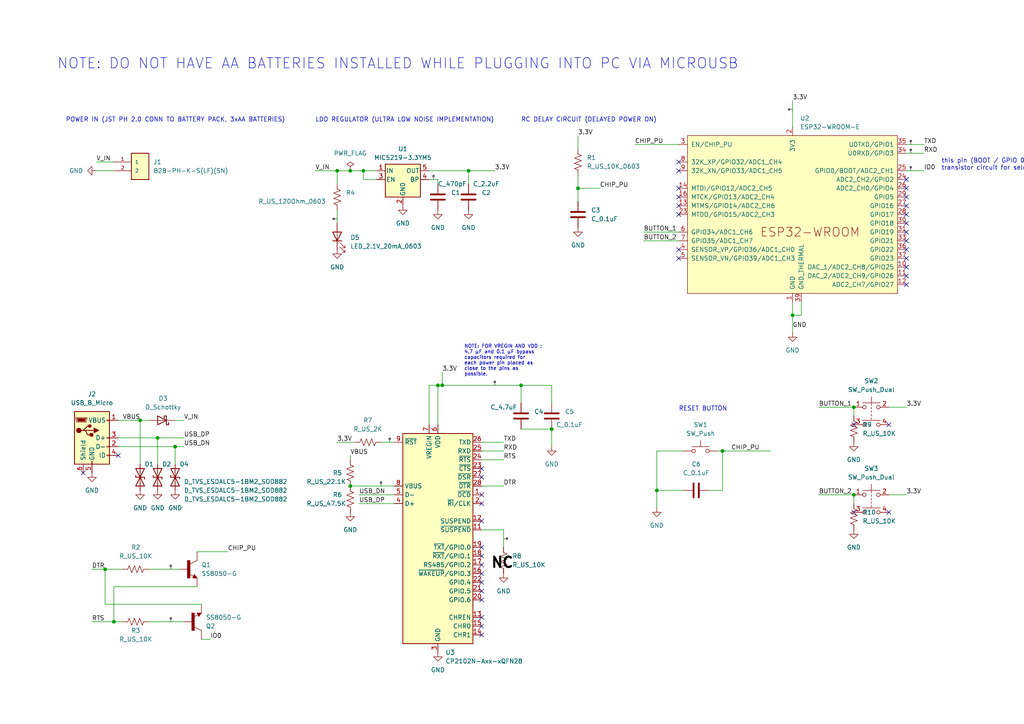
<source format=kicad_sch>
(kicad_sch (version 20231120) (generator "eeschema") (generator_version "8.0")
  (paper "A4")
  (lib_symbols
    (symbol "B2B-PH-K-S_LF__SN_:B2B-PH-K-S(LF)(SN)" (pin_names (offset 1.016))
      (property "Reference" "J" (at -2.54 3.302 0))
      (property "Value" "B2B-PH-K-S(LF)(SN)" (at -2.54 -7.6454 0))
      (symbol "B2B-PH-K-S(LF)(SN)_0_0"
        (rectangle (start -2.54 -5.08) (end 2.54 2.54) (stroke (width 0.254)) (fill (type background)))
        (pin passive line (at -7.62 0 0) (length 5.08) (name "1") (number "1"))
        (pin passive line (at -7.62 -2.54 0) (length 5.08) (name "2") (number "2"))
      )
    )
    (symbol "Connector:USB_B_Micro" (pin_names (offset 1.016))
      (property "Reference" "J" (at -5.08 11.43 0))
      (property "Value" "USB_B_Micro" (at -5.08 8.89 0))
      (symbol "USB_B_Micro_0_1"
        (rectangle (start -5.08 -7.62) (end 5.08 7.62) (stroke (width 0.254)) (fill (type background)))
        (circle (center -3.81 2.159) (radius 0.635) (stroke (width 0.254)) (fill (type outline)))
        (circle (center -0.635 3.429) (radius 0.381) (stroke (width 0.254)) (fill (type outline)))
        (rectangle (start -0.127 -7.62) (end 0.127 -6.858))
        (polyline (pts (xy -1.905 2.159) (xy 0.635 2.159)) (stroke (width 0.254)))
        (polyline (pts (xy -3.175 2.159) (xy -2.54 2.159) (xy -1.27 3.429) (xy -0.635 3.429)) (stroke (width 0.254)))
        (polyline (pts (xy -2.54 2.159) (xy -1.905 2.159) (xy -1.27 0.889) (xy 0 0.889)) (stroke (width 0.254)))
        (polyline (pts (xy 0.635 2.794) (xy 0.635 1.524) (xy 1.905 2.159) (xy 0.635 2.794)) (stroke (width 0.254)) (fill (type outline)))
        (polyline (pts (xy -4.318 5.588) (xy -1.778 5.588) (xy -2.032 4.826) (xy -4.064 4.826) (xy -4.318 5.588)) (fill (type outline)))
        (polyline (pts (xy -4.699 5.842) (xy -4.699 5.588) (xy -4.445 4.826) (xy -4.445 4.572) (xy -1.651 4.572) (xy -1.651 4.826) (xy -1.397 5.588) (xy -1.397 5.842) (xy -4.699 5.842)))
        (rectangle (start 0.254 1.27) (end -0.508 0.508) (stroke (width 0.254)) (fill (type outline)))
        (rectangle (start 5.08 -5.207) (end 4.318 -4.953))
        (rectangle (start 5.08 -2.667) (end 4.318 -2.413))
        (rectangle (start 5.08 -0.127) (end 4.318 0.127))
        (rectangle (start 5.08 4.953) (end 4.318 5.207))
      )
      (symbol "USB_B_Micro_1_1"
        (pin power_out line (at 7.62 5.08 180) (length 2.54) (name "VBUS") (number "1"))
        (pin bidirectional line (at 7.62 -2.54 180) (length 2.54) (name "D-") (number "2"))
        (pin bidirectional line (at 7.62 0 180) (length 2.54) (name "D+") (number "3"))
        (pin passive line (at 7.62 -5.08 180) (length 2.54) (name "ID") (number "4"))
        (pin power_out line (at 0 -10.16 90) (length 2.54) (name "GND") (number "5"))
        (pin passive line (at -2.54 -10.16 90) (length 2.54) (name "Shield") (number "6"))
      )
    )
    (symbol "Device:C" (pin_numbers hide) (pin_names (offset 0.254))
      (property "Reference" "C" (at 0.635 2.54 0))
      (property "Value" "C" (at 0.635 -2.54 0))
      (symbol "C_0_1"
        (polyline (pts (xy -2.032 -0.762) (xy 2.032 -0.762)) (stroke (width 0.508)))
        (polyline (pts (xy -2.032 0.762) (xy 2.032 0.762)) (stroke (width 0.508)))
      )
      (symbol "C_1_1"
        (pin passive line (at 0 3.81 270) (length 2.794) (name "~") (number "1"))
        (pin passive line (at 0 -3.81 90) (length 2.794) (name "~") (number "2"))
      )
    )
    (symbol "Device:D_Schottky" (pin_numbers hide) (pin_names (offset 1.016) hide)
      (property "Reference" "D3" (at -0.3175 -6.35 0))
      (property "Value" "D_Schottky" (at -0.3175 -3.81 0))
      (symbol "D_Schottky_0_1"
        (polyline (pts (xy 1.27 0) (xy -1.27 0)))
        (polyline (pts (xy 1.27 1.27) (xy 1.27 -1.27) (xy -1.27 0) (xy 1.27 1.27)) (stroke (width 0.254)))
        (polyline (pts (xy -1.905 0.635) (xy -1.905 1.27) (xy -1.27 1.27) (xy -1.27 -1.27) (xy -0.635 -1.27) (xy -0.635 -0.635)) (stroke (width 0.254)))
      )
      (symbol "D_Schottky_1_1"
        (pin passive line (at -3.81 0 0) (length 2.54) (name "K") (number "1"))
        (pin passive line (at 3.81 0 180) (length 2.54) (name "A") (number "2"))
      )
    )
    (symbol "Device:D_TVS" (pin_numbers hide) (pin_names (offset 1.016) hide)
      (property "Reference" "D" (at 0 2.54 0))
      (property "Value" "D_TVS" (at 0 -2.54 0))
      (symbol "D_TVS_0_1"
        (polyline (pts (xy 1.27 0) (xy -1.27 0)))
        (polyline (pts (xy 0.508 1.27) (xy 0 1.27) (xy 0 -1.27) (xy -0.508 -1.27)) (stroke (width 0.254)))
        (polyline (pts (xy -2.54 1.27) (xy -2.54 -1.27) (xy 2.54 1.27) (xy 2.54 -1.27) (xy -2.54 1.27)) (stroke (width 0.254)))
      )
      (symbol "D_TVS_1_1"
        (pin passive line (at -3.81 0 0) (length 2.54) (name "A1") (number "1"))
        (pin passive line (at 3.81 0 180) (length 2.54) (name "A2") (number "2"))
      )
    )
    (symbol "Device:LED" (pin_numbers hide) (pin_names (offset 1.016) hide)
      (property "Reference" "D" (at 0 2.54 0))
      (property "Value" "LED" (at 0 -2.54 0))
      (symbol "LED_0_1"
        (polyline (pts (xy -1.27 -1.27) (xy -1.27 1.27)) (stroke (width 0.254)))
        (polyline (pts (xy -1.27 0) (xy 1.27 0)))
        (polyline (pts (xy 1.27 -1.27) (xy 1.27 1.27) (xy -1.27 0) (xy 1.27 -1.27)) (stroke (width 0.254)))
        (polyline (pts (xy -3.048 -0.762) (xy -4.572 -2.286) (xy -3.81 -2.286) (xy -4.572 -2.286) (xy -4.572 -1.524)))
        (polyline (pts (xy -1.778 -0.762) (xy -3.302 -2.286) (xy -2.54 -2.286) (xy -3.302 -2.286) (xy -3.302 -1.524)))
      )
      (symbol "LED_1_1"
        (pin passive line (at -3.81 0 0) (length 2.54) (name "K") (number "1"))
        (pin passive line (at 3.81 0 180) (length 2.54) (name "A") (number "2"))
      )
    )
    (symbol "Device:R_US" (pin_numbers hide) (pin_names (offset 0))
      (property "Reference" "R" (at 2.54 0 90))
      (property "Value" "R_US" (at -2.54 0 90))
      (symbol "R_US_0_1"
        (polyline (pts (xy 0 -2.286) (xy 0 -2.54)))
        (polyline (pts (xy 0 2.286) (xy 0 2.54)))
        (polyline (pts (xy 0 -0.762) (xy 1.016 -1.143) (xy 0 -1.524) (xy -1.016 -1.905) (xy 0 -2.286)))
        (polyline (pts (xy 0 0.762) (xy 1.016 0.381) (xy 0 0) (xy -1.016 -0.381) (xy 0 -0.762)))
        (polyline (pts (xy 0 2.286) (xy 1.016 1.905) (xy 0 1.524) (xy -1.016 1.143) (xy 0 0.762)))
      )
      (symbol "R_US_1_1"
        (pin passive line (at 0 3.81 270) (length 1.27) (name "~") (number "1"))
        (pin passive line (at 0 -3.81 90) (length 1.27) (name "~") (number "2"))
      )
    )
    (symbol "Interface_USB:CP2102N-Axx-xQFN28"
      (property "Reference" "U" (at -8.89 31.75 0))
      (property "Value" "CP2102N-Axx-xQFN28" (at 12.7 31.75 0))
      (symbol "CP2102N-Axx-xQFN28_0_1"
        (rectangle (start -10.16 30.48) (end 10.16 -30.48) (stroke (width 0.254)) (fill (type background)))
      )
      (symbol "CP2102N-Axx-xQFN28_1_1"
        (pin input line (at 12.7 12.7 180) (length 2.54) (name "~{DCD}") (number "1"))
        (pin no_connect line (at -10.16 -27.94 0) (length 2.54) hide (name "NC") (number "10"))
        (pin output line (at 12.7 2.54 180) (length 2.54) (name "~{SUSPEND}") (number "11"))
        (pin output line (at 12.7 5.08 180) (length 2.54) (name "SUSPEND") (number "12"))
        (pin output line (at 12.7 -22.86 180) (length 2.54) (name "CHREN") (number "13"))
        (pin output line (at 12.7 -27.94 180) (length 2.54) (name "CHR1") (number "14"))
        (pin output line (at 12.7 -25.4 180) (length 2.54) (name "CHR0") (number "15"))
        (pin bidirectional line (at 12.7 -10.16 180) (length 2.54) (name "~{WAKEUP}/GPIO.3") (number "16"))
        (pin bidirectional line (at 12.7 -7.62 180) (length 2.54) (name "RS485/GPIO.2") (number "17"))
        (pin bidirectional line (at 12.7 -5.08 180) (length 2.54) (name "~{RXT}/GPIO.1") (number "18"))
        (pin bidirectional line (at 12.7 -2.54 180) (length 2.54) (name "~{TXT}/GPIO.0") (number "19"))
        (pin bidirectional line (at 12.7 10.16 180) (length 2.54) (name "~{RI}/CLK") (number "2"))
        (pin bidirectional line (at 12.7 -17.78 180) (length 2.54) (name "GPIO.6") (number "20"))
        (pin bidirectional line (at 12.7 -15.24 180) (length 2.54) (name "GPIO.5") (number "21"))
        (pin bidirectional line (at 12.7 -12.7 180) (length 2.54) (name "GPIO.4") (number "22"))
        (pin input line (at 12.7 20.32 180) (length 2.54) (name "~{CTS}") (number "23"))
        (pin output line (at 12.7 22.86 180) (length 2.54) (name "~{RTS}") (number "24"))
        (pin input line (at 12.7 25.4 180) (length 2.54) (name "RXD") (number "25"))
        (pin output line (at 12.7 27.94 180) (length 2.54) (name "TXD") (number "26"))
        (pin input line (at 12.7 17.78 180) (length 2.54) (name "~{DSR}") (number "27"))
        (pin output line (at 12.7 15.24 180) (length 2.54) (name "~{DTR}") (number "28"))
        (pin passive line (at 0 -33.02 90) (length 2.54) hide (name "GND") (number "29"))
        (pin power_in line (at 0 -33.02 90) (length 2.54) (name "GND") (number "3"))
        (pin bidirectional line (at -12.7 10.16 0) (length 2.54) (name "D+") (number "4"))
        (pin bidirectional line (at -12.7 12.7 0) (length 2.54) (name "D-") (number "5"))
        (pin power_in line (at 0 33.02 270) (length 2.54) (name "VDD") (number "6"))
        (pin power_in line (at -2.54 33.02 270) (length 2.54) (name "VREGIN") (number "7"))
        (pin input line (at -12.7 15.24 0) (length 2.54) (name "VBUS") (number "8"))
        (pin input line (at -12.7 27.94 0) (length 2.54) (name "~{RST}") (number "9"))
      )
    )
    (symbol "PCM_Espressif:ESP32-WROOM-E" (pin_names (offset 1.016))
      (property "Reference" "U" (at -30.48 27.94 0))
      (property "Value" "ESP32-WROOM-E" (at -30.48 25.4 0))
      (symbol "ESP32-WROOM-E_0_1"
        (rectangle (start -30.48 22.86) (end 30.48 -22.86) (fill (type background)))
      )
      (symbol "ESP32-WROOM-E_1_1"
        (text "ESP32-­WROOM­" (at 5.08 -5.08 0) (effects (font (size 2.54 2.54))))
        (pin power_in line (at 0 -25.4 90) (length 2.54) (name "GND") (number "1"))
        (pin bidirectional line (at 33.02 -15.24 180) (length 2.54) (name "DAC_1/ADC2_CH8/GPIO25") (number "10"))
        (pin bidirectional line (at 33.02 -17.78 180) (length 2.54) (name "DAC_2/ADC2_CH9/GPIO26") (number "11"))
        (pin bidirectional line (at 33.02 -20.32 180) (length 2.54) (name "ADC2_CH7/GPIO27") (number "12"))
        (pin bidirectional line (at -33.02 2.54 0) (length 2.54) (name "MTMS/GPIO14/ADC2_CH6") (number "13"))
        (pin bidirectional line (at -33.02 7.62 0) (length 2.54) (name "MTDI/GPIO12/ADC2_CH5") (number "14"))
        (pin passive line (at 0 -25.4 90) (length 2.54) hide (name "GND") (number "15"))
        (pin bidirectional line (at -33.02 5.08 0) (length 2.54) (name "MTCK/GPIO13/ADC2_CH4") (number "16"))
        (pin power_in line (at 0 25.4 270) (length 2.54) (name "3V3") (number "2"))
        (pin bidirectional line (at -33.02 0 0) (length 2.54) (name "MTDO/GPIO15/ADC2_CH3") (number "23"))
        (pin bidirectional line (at 33.02 10.16 180) (length 2.54) (name "ADC2_CH2/GPIO2") (number "24"))
        (pin bidirectional line (at 33.02 12.7 180) (length 2.54) (name "GPIO0/BOOT/ADC2_CH1") (number "25"))
        (pin bidirectional line (at 33.02 7.62 180) (length 2.54) (name "ADC2_CH0/GPIO4") (number "26"))
        (pin bidirectional line (at 33.02 2.54 180) (length 2.54) (name "GPIO16") (number "27"))
        (pin bidirectional line (at 33.02 0 180) (length 2.54) (name "GPIO17") (number "28"))
        (pin bidirectional line (at 33.02 5.08 180) (length 2.54) (name "GPIO5") (number "29"))
        (pin input line (at -33.02 20.32 0) (length 2.54) (name "EN/CHIP_PU") (number "3"))
        (pin bidirectional line (at 33.02 -2.54 180) (length 2.54) (name "GPIO18") (number "30"))
        (pin bidirectional line (at 33.02 -5.08 180) (length 2.54) (name "GPIO19") (number "31"))
        (pin bidirectional line (at 33.02 -7.62 180) (length 2.54) (name "GPIO21") (number "33"))
        (pin bidirectional line (at 33.02 17.78 180) (length 2.54) (name "U0RXD/GPIO3") (number "34"))
        (pin bidirectional line (at 33.02 20.32 180) (length 2.54) (name "U0TXD/GPIO1") (number "35"))
        (pin bidirectional line (at 33.02 -10.16 180) (length 2.54) (name "GPIO22") (number "36"))
        (pin bidirectional line (at 33.02 -12.7 180) (length 2.54) (name "GPIO23") (number "37"))
        (pin passive line (at 0 -25.4 90) (length 2.54) hide (name "GND") (number "38"))
        (pin power_in line (at 2.54 -25.4 90) (length 2.54) (name "GND_THERMAL") (number "39"))
        (pin input line (at -33.02 -10.16 0) (length 2.54) (name "SENSOR_VP/GPIO36/ADC1_CH0") (number "4"))
        (pin input line (at -33.02 -12.7 0) (length 2.54) (name "SENSOR_VN/GPIO39/ADC1_CH3") (number "5"))
        (pin input line (at -33.02 -5.08 0) (length 2.54) (name "GPIO34/ADC1_CH6") (number "6"))
        (pin input line (at -33.02 -7.62 0) (length 2.54) (name "GPIO35/ADC1_CH7") (number "7"))
        (pin bidirectional line (at -33.02 15.24 0) (length 2.54) (name "32K_XP/GPIO32/ADC1_CH4") (number "8"))
        (pin bidirectional line (at -33.02 12.7 0) (length 2.54) (name "32K_XN/GPIO33/ADC1_CH5") (number "9"))
      )
    )
    (symbol "Regulator_Linear:MIC5219-3.3YM5" (pin_names (offset 0.254))
      (property "Reference" "U" (at -3.81 5.715 0))
      (property "Value" "MIC5219-3.3YM5" (at 0 5.715 0))
      (symbol "MIC5219-3.3YM5_0_1"
        (rectangle (start -5.08 4.445) (end 5.08 -5.08) (stroke (width 0.254)) (fill (type background)))
      )
      (symbol "MIC5219-3.3YM5_1_1"
        (pin power_in line (at -7.62 2.54 0) (length 2.54) (name "IN") (number "1"))
        (pin power_in line (at 0 -7.62 90) (length 2.54) (name "GND") (number "2"))
        (pin input line (at -7.62 0 0) (length 2.54) (name "EN") (number "3"))
        (pin input line (at 7.62 0 180) (length 2.54) (name "BP") (number "4"))
        (pin power_out line (at 7.62 2.54 180) (length 2.54) (name "OUT") (number "5"))
      )
    )
    (symbol "SS8050-G:SS8050-G" (pin_numbers hide) (pin_names (offset 1.016) hide)
      (property "Reference" "Q" (at -10.16 7.62 0))
      (property "Value" "SS8050-G" (at -10.16 -7.62 0))
      (symbol "SS8050-G_0_0"
        (rectangle (start -0.254 -2.54) (end 0.508 2.54) (fill (type outline)))
        (polyline (pts (xy 1.27 -2.54) (xy 1.778 -1.524)) (stroke (width 0.1524)))
        (polyline (pts (xy 1.524 -2.413) (xy 2.286 -2.413)) (stroke (width 0.254)))
        (polyline (pts (xy 1.524 -2.286) (xy 1.905 -2.286)) (stroke (width 0.254)))
        (polyline (pts (xy 1.5494 -2.032) (xy 0.3048 -1.4224)) (stroke (width 0.1524)))
        (polyline (pts (xy 1.778 -1.778) (xy 1.524 -2.286)) (stroke (width 0.254)))
        (polyline (pts (xy 1.778 -1.524) (xy 2.54 -2.54)) (stroke (width 0.1524)))
        (polyline (pts (xy 1.905 -2.286) (xy 1.778 -2.032)) (stroke (width 0.254)))
        (polyline (pts (xy 2.286 -2.413) (xy 1.778 -1.778)) (stroke (width 0.254)))
        (polyline (pts (xy 2.54 -2.54) (xy 1.27 -2.54)) (stroke (width 0.1524)))
        (polyline (pts (xy 2.54 2.54) (xy 0.508 1.524)) (stroke (width 0.1524)))
        (pin passive line (at -2.54 0 0) (length 2.54) (name "~") (number "1"))
        (pin passive line (at 2.54 -5.08 90) (length 2.54) (name "~") (number "2"))
        (pin passive line (at 2.54 5.08 270) (length 2.54) (name "~") (number "3"))
      )
    )
    (symbol "Switch:SW_Push" (pin_numbers hide) (pin_names (offset 1.016) hide)
      (property "Reference" "SW" (at 1.27 2.54 0))
      (property "Value" "SW_Push" (at 0 -1.524 0))
      (symbol "SW_Push_0_1"
        (circle (center -2.032 0) (radius 0.508))
        (polyline (pts (xy 0 1.27) (xy 0 3.048)))
        (polyline (pts (xy 2.54 1.27) (xy -2.54 1.27)))
        (circle (center 2.032 0) (radius 0.508))
        (pin passive line (at -5.08 0 0) (length 2.54) (name "1") (number "1"))
        (pin passive line (at 5.08 0 180) (length 2.54) (name "2") (number "2"))
      )
    )
    (symbol "Switch:SW_Push_Dual" (pin_names (offset 1.016) hide)
      (property "Reference" "SW" (at 1.27 2.54 0))
      (property "Value" "SW_Push_Dual" (at 0 -6.858 0))
      (symbol "SW_Push_Dual_0_1"
        (circle (center -2.032 -5.08) (radius 0.508))
        (circle (center -2.032 0) (radius 0.508))
        (polyline (pts (xy 0 -3.048) (xy 0 -3.556)))
        (polyline (pts (xy 0 -2.032) (xy 0 -2.54)))
        (polyline (pts (xy 0 -1.524) (xy 0 -1.016)))
        (polyline (pts (xy 0 -0.508) (xy 0 0)))
        (polyline (pts (xy 0 0.508) (xy 0 1.016)))
        (polyline (pts (xy 0 1.27) (xy 0 3.048)))
        (polyline (pts (xy 2.54 -3.81) (xy -2.54 -3.81)))
        (polyline (pts (xy 2.54 1.27) (xy -2.54 1.27)))
        (circle (center 2.032 -5.08) (radius 0.508))
        (circle (center 2.032 0) (radius 0.508))
        (pin passive line (at -5.08 0 0) (length 2.54) (name "1") (number "1"))
        (pin passive line (at 5.08 0 180) (length 2.54) (name "2") (number "2"))
        (pin passive line (at -5.08 -5.08 0) (length 2.54) (name "3") (number "3"))
        (pin passive line (at 5.08 -5.08 180) (length 2.54) (name "4") (number "4"))
      )
    )
    (symbol "power:GND" (power) (pin_names (offset 0))
      (property "Value" "GND" (at 0 -3.81 0))
      (symbol "GND_0_1"
        (polyline (pts (xy 0 0) (xy 0 -1.27) (xy 1.27 -1.27) (xy 0 -2.54) (xy -1.27 -1.27) (xy 0 -1.27)))
      )
      (symbol "GND_1_1"
        (pin power_in line (at 0 0 270) (length 0) hide (name "GND") (number "1"))
      )
    )
    (symbol "power:PWR_FLAG" (power) (pin_numbers hide) (pin_names (offset 0) hide)
      (property "Value" "PWR_FLAG" (at 0 3.81 0))
      (symbol "PWR_FLAG_0_0"
        (pin power_out line (at 0 0 90) (length 0) (name "pwr") (number "1"))
      )
      (symbol "PWR_FLAG_0_1"
        (polyline (pts (xy 0 0) (xy 0 1.27) (xy -1.016 1.905) (xy 0 2.54) (xy 1.016 1.905) (xy 0 1.27)))
      )
    )
  )
  (junction (at 50.8 129.54))
  (junction (at 160.02 124.46))
  (junction (at 127 111.76))
  (junction (at 40.64 121.92))
  (junction (at 30.48 165.1))
  (junction (at 151.13 111.76))
  (junction (at 209.55 130.81))
  (junction (at 229.87 91.44))
  (junction (at 247.65 118.11))
  (junction (at 247.65 143.51))
  (junction (at 190.5 142.24))
  (junction (at 97.79 49.53))
  (junction (at 101.6 140.97))
  (junction (at 128.27 111.76))
  (junction (at 45.72 127))
  (junction (at 135.89 49.53))
  (junction (at 167.64 54.61))
  (junction (at 105.41 49.53))
  (junction (at 101.6 49.53))
  (junction (at 33.02 180.34))
  (no_connect (at 196.85 72.39))
  (no_connect (at 262.89 82.55))
  (no_connect (at 257.81 148.59))
  (no_connect (at 196.85 54.61))
  (no_connect (at 139.7 184.15))
  (no_connect (at 139.7 138.43))
  (no_connect (at 196.85 57.15))
  (no_connect (at 139.7 143.51))
  (no_connect (at 247.65 148.59))
  (no_connect (at 262.89 52.07))
  (no_connect (at 139.7 146.05))
  (no_connect (at 262.89 77.47))
  (no_connect (at 262.89 64.77))
  (no_connect (at 257.81 123.19))
  (no_connect (at 262.89 74.93))
  (no_connect (at 139.7 171.45))
  (no_connect (at 262.89 62.23))
  (no_connect (at 196.85 46.99))
  (no_connect (at 139.7 168.91))
  (no_connect (at 139.7 158.75))
  (no_connect (at 139.7 166.37))
  (no_connect (at 262.89 59.69))
  (no_connect (at 262.89 72.39))
  (no_connect (at 262.89 57.15))
  (no_connect (at 196.85 62.23))
  (no_connect (at 139.7 161.29))
  (no_connect (at 139.7 179.07))
  (no_connect (at 34.29 132.08))
  (no_connect (at 262.89 80.01))
  (no_connect (at 262.89 54.61))
  (no_connect (at 139.7 163.83))
  (no_connect (at 24.13 137.16))
  (no_connect (at 196.85 59.69))
  (no_connect (at 139.7 173.99))
  (no_connect (at 262.89 69.85))
  (no_connect (at 196.85 74.93))
  (no_connect (at 196.85 49.53))
  (no_connect (at 139.7 181.61))
  (no_connect (at 262.89 67.31))
  (no_connect (at 139.7 151.13))
  (no_connect (at 247.65 123.19))
  (no_connect (at 139.7 135.89))
  (wire (pts (xy 30.48 175.26) (xy 58.42 175.26)))
  (wire (pts (xy 257.81 143.51) (xy 262.89 143.51)))
  (wire (pts (xy 97.79 60.96) (xy 97.79 64.77)))
  (wire (pts (xy 91.44 49.53) (xy 97.79 49.53)))
  (wire (pts (xy 160.02 111.76) (xy 160.02 116.84)))
  (wire (pts (xy 43.18 180.34) (xy 53.34 180.34)))
  (wire (pts (xy 97.79 49.53) (xy 97.79 53.34)))
  (wire (pts (xy 139.7 130.81) (xy 146.05 130.81)))
  (wire (pts (xy 262.89 44.45) (xy 267.97 44.45)))
  (wire (pts (xy 208.28 130.81) (xy 209.55 130.81)))
  (wire (pts (xy 30.48 165.1) (xy 35.56 165.1)))
  (wire (pts (xy 190.5 142.24) (xy 190.5 147.32)))
  (wire (pts (xy 190.5 142.24) (xy 198.12 142.24)))
  (wire (pts (xy 128.27 107.95) (xy 128.27 111.76)))
  (wire (pts (xy 139.7 133.35) (xy 146.05 133.35)))
  (wire (pts (xy 124.46 111.76) (xy 124.46 123.19)))
  (wire (pts (xy 237.49 143.51) (xy 247.65 143.51)))
  (wire (pts (xy 237.49 118.11) (xy 247.65 118.11)))
  (wire (pts (xy 151.13 111.76) (xy 160.02 111.76)))
  (wire (pts (xy 127 52.07) (xy 127 53.34)))
  (wire (pts (xy 198.12 130.81) (xy 190.5 130.81)))
  (wire (pts (xy 101.6 140.97) (xy 114.3 140.97)))
  (wire (pts (xy 186.69 69.85) (xy 196.85 69.85)))
  (wire (pts (xy 110.49 128.27) (xy 114.3 128.27)))
  (wire (pts (xy 104.14 146.05) (xy 114.3 146.05)))
  (wire (pts (xy 139.7 153.67) (xy 146.05 153.67)))
  (wire (pts (xy 30.48 165.1) (xy 30.48 175.26)))
  (wire (pts (xy 139.7 140.97) (xy 146.05 140.97)))
  (wire (pts (xy 26.67 165.1) (xy 30.48 165.1)))
  (wire (pts (xy 45.72 127) (xy 53.34 127)))
  (wire (pts (xy 57.15 160.02) (xy 66.04 160.02)))
  (wire (pts (xy 262.89 49.53) (xy 267.97 49.53)))
  (wire (pts (xy 160.02 124.46) (xy 160.02 129.54)))
  (wire (pts (xy 146.05 153.67) (xy 146.05 158.75)))
  (wire (pts (xy 40.64 121.92) (xy 40.64 134.62)))
  (wire (pts (xy 167.64 54.61) (xy 167.64 58.42)))
  (wire (pts (xy 232.41 91.44) (xy 229.87 91.44)))
  (wire (pts (xy 105.41 49.53) (xy 105.41 52.07)))
  (wire (pts (xy 257.81 118.11) (xy 262.89 118.11)))
  (wire (pts (xy 262.89 41.91) (xy 267.97 41.91)))
  (wire (pts (xy 247.65 118.11) (xy 247.65 120.65)))
  (wire (pts (xy 43.18 165.1) (xy 52.07 165.1)))
  (wire (pts (xy 124.46 52.07) (xy 127 52.07)))
  (wire (pts (xy 135.89 49.53) (xy 135.89 53.34)))
  (wire (pts (xy 151.13 124.46) (xy 160.02 124.46)))
  (wire (pts (xy 190.5 130.81) (xy 190.5 142.24)))
  (wire (pts (xy 128.27 111.76) (xy 151.13 111.76)))
  (wire (pts (xy 127 111.76) (xy 128.27 111.76)))
  (wire (pts (xy 27.94 49.53) (xy 33.02 49.53)))
  (wire (pts (xy 104.14 143.51) (xy 114.3 143.51)))
  (wire (pts (xy 184.15 41.91) (xy 196.85 41.91)))
  (wire (pts (xy 127 111.76) (xy 127 123.19)))
  (wire (pts (xy 186.69 67.31) (xy 196.85 67.31)))
  (wire (pts (xy 50.8 129.54) (xy 53.34 129.54)))
  (wire (pts (xy 151.13 111.76) (xy 151.13 116.84)))
  (wire (pts (xy 105.41 52.07) (xy 109.22 52.07)))
  (wire (pts (xy 50.8 121.92) (xy 53.34 121.92)))
  (wire (pts (xy 40.64 121.92) (xy 43.18 121.92)))
  (wire (pts (xy 229.87 91.44) (xy 229.87 96.52)))
  (wire (pts (xy 124.46 111.76) (xy 127 111.76)))
  (wire (pts (xy 167.64 50.8) (xy 167.64 54.61)))
  (wire (pts (xy 167.64 54.61) (xy 173.99 54.61)))
  (wire (pts (xy 26.67 180.34) (xy 33.02 180.34)))
  (wire (pts (xy 205.74 142.24) (xy 209.55 142.24)))
  (wire (pts (xy 33.02 170.18) (xy 57.15 170.18)))
  (wire (pts (xy 58.42 185.42) (xy 60.96 185.42)))
  (wire (pts (xy 139.7 128.27) (xy 146.05 128.27)))
  (wire (pts (xy 97.79 49.53) (xy 101.6 49.53)))
  (wire (pts (xy 247.65 143.51) (xy 247.65 146.05)))
  (wire (pts (xy 101.6 49.53) (xy 105.41 49.53)))
  (wire (pts (xy 33.02 180.34) (xy 35.56 180.34)))
  (wire (pts (xy 229.87 29.21) (xy 229.87 36.83)))
  (wire (pts (xy 34.29 121.92) (xy 40.64 121.92)))
  (wire (pts (xy 135.89 49.53) (xy 143.51 49.53)))
  (wire (pts (xy 209.55 130.81) (xy 223.52 130.81)))
  (wire (pts (xy 97.79 128.27) (xy 102.87 128.27)))
  (wire (pts (xy 167.64 39.37) (xy 167.64 43.18)))
  (wire (pts (xy 209.55 130.81) (xy 209.55 142.24)))
  (wire (pts (xy 34.29 127) (xy 45.72 127)))
  (wire (pts (xy 34.29 129.54) (xy 50.8 129.54)))
  (wire (pts (xy 229.87 87.63) (xy 229.87 91.44)))
  (wire (pts (xy 27.94 46.99) (xy 33.02 46.99)))
  (wire (pts (xy 105.41 49.53) (xy 109.22 49.53)))
  (wire (pts (xy 33.02 180.34) (xy 33.02 170.18)))
  (wire (pts (xy 101.6 132.08) (xy 101.6 133.35)))
  (wire (pts (xy 124.46 49.53) (xy 135.89 49.53)))
  (wire (pts (xy 232.41 87.63) (xy 232.41 91.44)))
  (wire (pts (xy 50.8 129.54) (xy 50.8 134.62)))
  (wire (pts (xy 45.72 127) (xy 45.72 134.62)))
  (text "NOTE: DO NOT HAVE AA BATTERIES INSTALLED WHILE PLUGGING INTO PC VIA MICROUSB" (at 16.51 20.32 0) (effects (font (size 3 3)) (justify left bottom)))
  (text "RESET BUTTON" (at 196.85 119.38 0) (effects (font (size 1.27 1.27)) (justify left bottom)))
  (text "NC" (at 142.24 165.1 0) (effects (font (size 3 3) (thickness 0.6) (bold yes)) (justify left bottom)))
  (text "RC DELAY CIRCUIT (DELAYED POWER ON)" (at 151.13 35.56 0) (effects (font (size 1.27 1.27)) (justify left bottom)))
  (text "POWER IN (JST PH 2.0 CONN TO BATTERY PACK, 3xAA BATTERIES)" (at 19.05 35.56 0) (effects (font (size 1.27 1.27)) (justify left bottom)))
  (text "NOTE: FOR VREGIN AND VDD :\n4.7 µF and 0.1 µF bypass \ncapacitors required for \neach power pin placed as \nclose to the pins as \npossible." (at 134.62 109.22 0) (effects (font (size 1 1)) (justify left bottom)))
  (text "LDO REGULATOR (ULTRA LOW NOISE IMPLEMENTATION)" (at 91.44 35.56 0) (effects (font (size 1.27 1.27)) (justify left bottom)))
  (text "this pin (BOOT / GPIO 0) is going to be used in the \ntransistor circuit for selecting boot mode, wire this later" (at 273.05 49.53 0) (effects (font (size 1.27 1.27)) (justify left bottom)))
  (label "V_IN" (at 53.34 121.92 0))
  (label "BUTTON_1" (at 186.69 67.31 0))
  (label "BUTTON_2" (at 186.69 69.85 0))
  (label "CHIP_PU" (at 66.04 160.02 0))
  (label "USB_DN" (at 104.14 143.51 0))
  (label "V_IN" (at 91.44 49.53 0))
  (label "USB_DN" (at 53.34 129.54 0))
  (label "3.3V" (at 262.89 118.11 0))
  (label "USB_DP" (at 104.14 146.05 0))
  (label "VBUS" (at 35.56 121.92 0))
  (label "3.3V" (at 229.87 29.21 0))
  (label "TXD" (at 267.97 41.91 0))
  (label "CHIP_PU" (at 173.99 54.61 0))
  (label "BUTTON_2" (at 237.49 143.51 0))
  (label "RTS" (at 146.05 133.35 0))
  (label "DTR" (at 26.67 165.1 0))
  (label "DTR" (at 146.05 140.97 0))
  (label "V_IN" (at 27.94 46.99 0))
  (label "VBUS" (at 101.6 132.08 0))
  (label "RTS" (at 26.67 180.34 0))
  (label "CHIP_PU" (at 184.15 41.91 0))
  (label "IO0" (at 60.96 185.42 0))
  (label "GND" (at 229.87 95.25 0))
  (label "IO0" (at 267.97 49.53 0))
  (label "USB_DP" (at 53.34 127 0))
  (label "3.3V" (at 143.51 49.53 0))
  (label "BUTTON_1" (at 237.49 118.11 0))
  (label "3.3V" (at 167.64 39.37 0))
  (label "3.3V" (at 97.79 128.27 0))
  (label "TXD" (at 146.05 128.27 0))
  (label "3.3V" (at 262.89 143.51 0))
  (label "RXD" (at 267.97 44.45 0))
  (label "CHIP_PU" (at 212.09 130.81 0))
  (label "RXD" (at 146.05 130.81 0))
  (label "3.3V" (at 128.27 107.95 0))
  (netclass_flag "" (length 1) (shape dot) (at 146.05 156.21 270) (property "Netclass" "SIGNAL" (effects (hide yes))))
  (netclass_flag "" (length 1) (shape dot) (at 229.87 31.75 90) (property "Netclass" "POWER" (effects (hide yes))))
  (netclass_flag "" (length 1) (shape dot) (at 49.53 165.1 0) (property "Netclass" "SIGNAL" (effects (hide yes))))
  (netclass_flag "" (length 1) (shape dot) (at 97.79 63.5 90) (property "Netclass" "POWER" (effects (hide yes))))
  (netclass_flag "" (length 1) (shape dot) (at 264.16 41.91 0) (property "Netclass" "SIGNAL" (effects (hide yes))))
  (netclass_flag "" (length 1) (shape dot) (at 264.16 49.53 0) (property "Netclass" "SIGNAL" (effects (hide yes))))
  (netclass_flag "" (length 1) (shape dot) (at 110.49 140.97 0) (property "Netclass" "POWER" (effects (hide yes))))
  (netclass_flag "" (length 1) (shape dot) (at 264.16 44.45 0) (property "Netclass" "SIGNAL" (effects (hide yes))))
  (netclass_flag "" (length 1) (shape dot) (at 49.53 180.34 0) (property "Netclass" "SIGNAL" (effects (hide yes))))
  (netclass_flag "" (length 1) (shape dot) (at 125.73 52.07 0) (property "Netclass" "POWER" (effects (hide yes))))
  (netclass_flag "" (length 1) (shape dot) (at 143.51 111.76 0) (property "Netclass" "POWER" (effects (hide yes))))
  (netclass_flag "" (length 1) (shape dot) (at 113.03 128.27 0) (property "Netclass" "POWER" (effects (hide yes))))
  (symbol (lib_id "power:GND") (at 160.02 129.54 0) (unit 1)
    (property "Reference" "#PWR015" (effects (hide yes)))
    (property "Value" "GND" (at 160.02 134.62 0))
  )
  (symbol (lib_id "Device:R_US") (at 247.65 124.46 0) (unit 1)
    (property "Reference" "R9" (at 250.19 123.19 0) (effects (justify left)))
    (property "Value" "R_US_10K" (at 250.19 125.73 0) (effects (justify left)))
    (property "Footprint" "Resistor_SMD:R_0805_2012Metric" (effects (hide yes)))
  )
  (symbol (lib_id "Device:R_US") (at 247.65 149.86 0) (unit 1)
    (property "Reference" "R10" (at 250.19 148.59 0) (effects (justify left)))
    (property "Value" "R_US_10K" (at 250.19 151.13 0) (effects (justify left)))
    (property "Footprint" "Resistor_SMD:R_0805_2012Metric" (effects (hide yes)))
  )
  (symbol (lib_id "power:GND") (at 135.89 60.96 0) (unit 1)
    (property "Reference" "#PWR06" (effects (hide yes)))
    (property "Value" "GND" (at 135.89 66.04 0))
  )
  (symbol (lib_id "PCM_Espressif:ESP32-WROOM-E") (at 229.87 62.23 0) (unit 1)
    (property "Reference" "U2" (at 232.0641 34.29 0) (effects (justify left)))
    (property "Value" "ESP32-WROOM-E" (at 232.0641 36.83 0) (effects (justify left)))
    (property "Footprint" "PCM_Espressif:ESP32-WROOM-32E" (effects (hide yes)))
    (property "Datasheet" "https://www.espressif.com/sites/default/files/documentation/esp32-wroom-32e_esp32-wroom-32ue_datasheet_en.pdf" (effects (hide yes)))
  )
  (symbol (lib_id "power:GND") (at 190.5 147.32 0) (unit 1)
    (property "Reference" "#PWR08" (effects (hide yes)))
    (property "Value" "GND" (at 190.5 152.4 0))
  )
  (symbol (lib_id "SS8050-G:SS8050-G") (at 55.88 180.34 0) (mirror x) (unit 1)
    (property "Reference" "Q2" (at 59.69 181.61 0) (effects (justify left)))
    (property "Value" "SS8050-G" (at 59.69 179.07 0) (effects (justify left)))
    (property "Footprint" "SS8050-G:TRANS_SS8050-G" (effects (hide yes)))
    (property "PARTREV" "A" (effects (hide yes)))
    (property "STANDARD" "Manufacturer Recommendations" (effects (hide yes)))
    (property "MAXIMUM_PACKAGE_HEIGHT" "1.05 mm" (effects (hide yes)))
    (property "MANUFACTURER" "Comchip" (effects (hide yes)))
  )
  (symbol (lib_id "Device:LED") (at 97.79 68.58 90) (unit 1)
    (property "Reference" "D5" (at 101.6 68.8975 90) (effects (justify right)))
    (property "Value" "LED_2.1V_20mA_0603" (at 101.6 71.4375 90) (effects (justify right)))
    (property "Footprint" "LED:LED_SML-LXFM0603SIC-TR" (effects (hide yes)))
  )
  (symbol (lib_id "power:GND") (at 247.65 153.67 0) (unit 1)
    (property "Reference" "#PWR018" (effects (hide yes)))
    (property "Value" "GND" (at 247.65 158.75 0))
  )
  (symbol (lib_id "Device:C") (at 167.64 62.23 0) (unit 1)
    (property "Reference" "C3" (at 171.45 60.96 0) (effects (justify left)))
    (property "Value" "C_0.1uF" (at 171.45 63.5 0) (effects (justify left)))
    (property "Footprint" "Capacitor_SMD:C_0805_2012Metric" (effects (hide yes)))
  )
  (symbol (lib_id "power:GND") (at 26.67 137.16 0) (unit 1)
    (property "Reference" "#PWR09" (effects (hide yes)))
    (property "Value" "GND" (at 26.67 142.24 0))
  )
  (symbol (lib_id "Device:D_TVS") (at 45.72 138.43 90) (unit 1)
    (property "Reference" "D2" (at 46.99 134.62 90) (effects (justify right)))
    (property "Value" "D_TVS_ESDALC5-1BM2_SOD882" (at 53.34 142.24 90) (effects (justify right)))
    (property "Footprint" "ESDALC5:DIO_VCUT0714A-HD1-GS08 (1)" (effects (hide yes)))
  )
  (symbol (lib_id "Device:D_TVS") (at 50.8 138.43 90) (unit 1)
    (property "Reference" "D4" (at 52.07 134.62 90) (effects (justify right)))
    (property "Value" "D_TVS_ESDALC5-1BM2_SOD882" (at 53.34 139.7 90) (effects (justify right)))
    (property "Footprint" "ESDALC5:DIO_VCUT0714A-HD1-GS08 (1)" (effects (hide yes)))
  )
  (symbol (lib_id "power:GND") (at 146.05 166.37 0) (unit 1)
    (property "Reference" "#PWR013" (effects (hide yes)))
    (property "Value" "GND" (at 146.05 171.45 0))
  )
  (symbol (lib_id "Device:C") (at 160.02 120.65 0) (unit 1)
    (property "Reference" "C5" (at 163.83 119.38 0) (effects (justify left)))
    (property "Value" "C_0.1uF" (at 161.29 123.19 0) (effects (justify left)))
    (property "Footprint" "Capacitor_SMD:C_0805_2012Metric" (effects (hide yes)))
  )
  (symbol (lib_id "Device:R_US") (at 101.6 144.78 0) (unit 1)
    (property "Reference" "R6" (at 96.52 143.51 0) (effects (justify left)))
    (property "Value" "R_US_47.5K" (at 88.9 146.05 0) (effects (justify left)))
    (property "Footprint" "Resistor_SMD:R_0805_2012Metric" (effects (hide yes)))
  )
  (symbol (lib_id "Connector:USB_B_Micro") (at 26.67 127 0) (unit 1)
    (property "Reference" "J2" (at 26.67 114.3 0))
    (property "Value" "USB_B_Micro" (at 26.67 116.84 0))
    (property "Footprint" "USB3090-XX-X_REVE:GCT_USB3090-XX-X_REVE" (effects (hide yes)))
  )
  (symbol (lib_id "Device:C") (at 151.13 120.65 0) (unit 1)
    (property "Reference" "C4" (at 154.94 119.38 0) (effects (justify left)))
    (property "Value" "C_4.7uF" (at 142.24 118.11 0) (effects (justify left)))
    (property "Footprint" "Capacitor_SMD:C_0805_2012Metric" (effects (hide yes)))
  )
  (symbol (lib_id "Device:C") (at 127 57.15 0) (unit 1)
    (property "Reference" "C1" (at 130.81 55.88 0) (effects (justify left)))
    (property "Value" "C_470pF" (at 127 53.34 0) (effects (justify left)))
    (property "Footprint" "Capacitor_SMD:C_0805_2012Metric" (effects (hide yes)))
  )
  (symbol (lib_id "Switch:SW_Push") (at 203.2 130.81 0) (unit 1)
    (property "Reference" "SW1" (at 203.2 123.19 0))
    (property "Value" "SW_Push" (at 203.2 125.73 0))
    (property "Footprint" "TS04-66-55-BK-160-SMT:SW_TS04-66-55-BK-160-SMT" (effects (hide yes)))
  )
  (symbol (lib_id "Regulator_Linear:MIC5219-3.3YM5") (at 116.84 52.07 0) (unit 1)
    (property "Reference" "U1" (at 116.84 43.18 0))
    (property "Value" "MIC5219-3.3YM5" (at 116.84 45.72 0))
    (property "Footprint" "Package_TO_SOT_SMD:SOT-23-5" (effects (hide yes)))
    (property "Datasheet" "http://ww1.microchip.com/downloads/en/DeviceDoc/MIC5219-500mA-Peak-Output-LDO-Regulator-DS20006021A.pdf" (effects (hide yes)))
  )
  (symbol (lib_id "power:GND") (at 127 189.23 0) (unit 1)
    (property "Reference" "#PWR014" (effects (hide yes)))
    (property "Value" "GND" (at 127 194.31 0))
  )
  (symbol (lib_id "Device:R_US") (at 97.79 57.15 0) (unit 1)
    (property "Reference" "R4" (at 100.33 55.88 0) (effects (justify left)))
    (property "Value" "R_US_120Ohm_0603" (at 74.93 58.42 0) (effects (justify left)))
    (property "Footprint" "Resistor_SMD:R_0805_2012Metric" (effects (hide yes)))
  )
  (symbol (lib_id "power:GND") (at 167.64 66.04 0) (unit 1)
    (property "Reference" "#PWR03" (effects (hide yes)))
    (property "Value" "GND" (at 167.64 71.12 0))
  )
  (symbol (lib_id "power:GND") (at 50.8 142.24 0) (unit 1)
    (property "Reference" "#PWR012" (effects (hide yes)))
    (property "Value" "GND" (at 50.8 147.32 0))
  )
  (symbol (lib_id "power:GND") (at 97.79 72.39 0) (unit 1)
    (property "Reference" "#PWR07" (effects (hide yes)))
    (property "Value" "GND" (at 97.79 77.47 0))
  )
  (symbol (lib_id "Switch:SW_Push_Dual") (at 252.73 143.51 0) (unit 1)
    (property "Reference" "SW3" (at 252.73 135.89 0))
    (property "Value" "SW_Push_Dual" (at 252.73 138.43 0))
    (property "Footprint" "Right Angle Button:SW_TL1100CF160Q" (effects (hide yes)))
  )
  (symbol (lib_id "power:GND") (at 45.72 142.24 0) (unit 1)
    (property "Reference" "#PWR011" (effects (hide yes)))
    (property "Value" "GND" (at 45.72 147.32 0))
  )
  (symbol (lib_id "Device:D_TVS") (at 40.64 138.43 90) (unit 1)
    (property "Reference" "D1" (at 41.91 134.62 90) (effects (justify right)))
    (property "Value" "D_TVS_ESDALC5-1BM2_SOD882" (at 53.34 144.78 90) (effects (justify right)))
    (property "Footprint" "ESDALC5:DIO_VCUT0714A-HD1-GS08 (1)" (effects (hide yes)))
  )
  (symbol (lib_id "Device:D_Schottky") (at 46.99 121.92 180) (unit 1)
    (property "Reference" "D3" (at 47.3075 115.57 0))
    (property "Value" "D_Schottky" (at 47.3075 118.11 0))
    (property "Footprint" "BAT760-7:SOD2513X120N" (effects (hide yes)))
  )
  (symbol (lib_id "Device:R_US") (at 146.05 162.56 0) (unit 1)
    (property "Reference" "R8" (at 148.59 161.29 0) (effects (justify left)))
    (property "Value" "R_US_10K" (at 148.59 163.83 0) (effects (justify left)))
    (property "Footprint" "Resistor_SMD:R_0805_2012Metric" (effects (hide yes)))
  )
  (symbol (lib_id "Device:R_US") (at 39.37 165.1 90) (unit 1)
    (property "Reference" "R2" (at 39.37 158.75 90))
    (property "Value" "R_US_10K" (at 39.37 161.29 90))
    (property "Footprint" "Resistor_SMD:R_0805_2012Metric" (effects (hide yes)))
  )
  (symbol (lib_id "power:GND") (at 127 60.96 0) (unit 1)
    (property "Reference" "#PWR05" (effects (hide yes)))
    (property "Value" "GND" (at 127 66.04 0))
  )
  (symbol (lib_id "Device:R_US") (at 106.68 128.27 90) (unit 1)
    (property "Reference" "R7" (at 106.68 121.92 90))
    (property "Value" "R_US_2K" (at 106.68 124.46 90))
    (property "Footprint" "Resistor_SMD:R_0805_2012Metric" (effects (hide yes)))
  )
  (symbol (lib_id "Device:R_US") (at 167.64 46.99 0) (unit 1)
    (property "Reference" "R1" (at 170.18 45.72 0) (effects (justify left)))
    (property "Value" "R_US_10K_0603" (at 170.18 48.26 0) (effects (justify left)))
    (property "Footprint" "Resistor_SMD:R_0805_2012Metric" (effects (hide yes)))
  )
  (symbol (lib_id "Device:C") (at 135.89 57.15 0) (unit 1)
    (property "Reference" "C2" (at 139.7 55.88 0) (effects (justify left)))
    (property "Value" "C_2.2uF" (at 137.16 53.34 0) (effects (justify left)))
    (property "Footprint" "Capacitor_SMD:C_0805_2012Metric" (effects (hide yes)))
  )
  (symbol (lib_id "Device:R_US") (at 101.6 137.16 0) (unit 1)
    (property "Reference" "R5" (at 96.52 137.16 0) (effects (justify left)))
    (property "Value" "R_US_22.1K" (at 88.9 139.7 0) (effects (justify left)))
    (property "Footprint" "Resistor_SMD:R_0805_2012Metric" (effects (hide yes)))
  )
  (symbol (lib_id "Interface_USB:CP2102N-Axx-xQFN28") (at 127 156.21 0) (unit 1)
    (property "Reference" "U3" (at 129.1941 189.23 0) (effects (justify left)))
    (property "Value" "CP2102N-Axx-xQFN28" (at 129.1941 191.77 0) (effects (justify left)))
    (property "Footprint" "Package_DFN_QFN:QFN-28-1EP_5x5mm_P0.5mm_EP3.35x3.35mm" (effects (hide yes)))
    (property "Datasheet" "https://www.silabs.com/documents/public/data-sheets/cp2102n-datasheet.pdf" (effects (hide yes)))
  )
  (symbol (lib_id "Device:C") (at 201.93 142.24 270) (unit 1)
    (property "Reference" "C6" (at 201.93 134.62 90))
    (property "Value" "C_0.1uF" (at 201.93 137.16 90))
    (property "Footprint" "Capacitor_SMD:C_0805_2012Metric" (effects (hide yes)))
  )
  (symbol (lib_id "Device:R_US") (at 39.37 180.34 90) (unit 1)
    (property "Reference" "R3" (at 39.37 182.88 90))
    (property "Value" "R_US_10K" (at 39.37 185.42 90))
    (property "Footprint" "Resistor_SMD:R_0805_2012Metric" (effects (hide yes)))
  )
  (symbol (lib_id "power:GND") (at 27.94 49.53 270) (unit 1)
    (property "Reference" "#PWR02" (effects (hide yes)))
    (property "Value" "GND" (at 24.13 49.53 90) (effects (justify right)))
  )
  (symbol (lib_id "power:GND") (at 116.84 59.69 0) (unit 1)
    (property "Reference" "#PWR04" (effects (hide yes)))
    (property "Value" "GND" (at 116.84 64.77 0))
  )
  (symbol (lib_id "Switch:SW_Push_Dual") (at 252.73 118.11 0) (unit 1)
    (property "Reference" "SW2" (at 252.73 110.49 0))
    (property "Value" "SW_Push_Dual" (at 252.73 113.03 0))
    (property "Footprint" "Right Angle Button:SW_TL1100CF160Q" (effects (hide yes)))
  )
  (symbol (lib_id "power:GND") (at 247.65 128.27 0) (unit 1)
    (property "Reference" "#PWR017" (effects (hide yes)))
    (property "Value" "GND" (at 247.65 133.35 0))
  )
  (symbol (lib_id "SS8050-G:SS8050-G") (at 54.61 165.1 0) (unit 1)
    (property "Reference" "Q1" (at 58.42 163.83 0) (effects (justify left)))
    (property "Value" "SS8050-G" (at 58.42 166.37 0) (effects (justify left)))
    (property "Footprint" "SS8050-G:TRANS_SS8050-G" (effects (hide yes)))
    (property "PARTREV" "A" (effects (hide yes)))
    (property "STANDARD" "Manufacturer Recommendations" (effects (hide yes)))
    (property "MAXIMUM_PACKAGE_HEIGHT" "1.05 mm" (effects (hide yes)))
    (property "MANUFACTURER" "Comchip" (effects (hide yes)))
  )
  (symbol (lib_id "power:PWR_FLAG") (at 101.6 49.53 0) (unit 1)
    (property "Reference" "#FLG01" (effects (hide yes)))
    (property "Value" "PWR_FLAG" (at 101.6 44.45 0))
  )
  (symbol (lib_id "power:GND") (at 229.87 96.52 0) (unit 1)
    (property "Reference" "#PWR01" (effects (hide yes)))
    (property "Value" "GND" (at 229.87 101.6 0))
  )
  (symbol (lib_id "power:GND") (at 40.64 142.24 0) (unit 1)
    (property "Reference" "#PWR010" (effects (hide yes)))
    (property "Value" "GND" (at 40.64 147.32 0))
  )
  (symbol (lib_id "power:GND") (at 101.6 148.59 0) (unit 1)
    (property "Reference" "#PWR016" (effects (hide yes)))
    (property "Value" "GND" (at 101.6 153.67 0))
  )
  (symbol (lib_id "B2B-PH-K-S_LF__SN_:B2B-PH-K-S(LF)(SN)") (at 40.64 46.99 0) (unit 1)
    (property "Reference" "J1" (at 44.45 46.99 0) (effects (justify left)))
    (property "Value" "B2B-PH-K-S(LF)(SN)" (at 44.45 49.53 0) (effects (justify left)))
    (property "Footprint" "jst:JST_B2B-PH-K-S(LF)(SN)" (effects (hide yes)))
    (property "MF" "JST Sales" (effects (hide yes)))
    (property "DIGI-KEY_PURCHASE_URL" "https://www.digikey.com.ua/product-detail/en/jst-sales-america-inc/B2B-PH-K-S_LF__SN_/455-1704-ND/926611?utm_source=snapeda&utm_medium=aggregator&utm_campaign=symbol" (effects (hide yes)))
    (property "DESCRIPTION" "PH Series 2 Position 2 mm Pitch Through Hole Top Entry Shrouded Header" (effects (hide yes)))
    (property "PACKAGE" "None" (effects (hide yes)))
    (property "STANDARD" "IPC-7251" (effects (hide yes)))
    (property "PARTREV" "N/A" (effects (hide yes)))
    (property "MP" "B2B-PH-K-S_LF__SN_" (effects (hide yes)))
    (property "DIGI-KEY_PART_NUMBER" "455-1704-ND" (effects (hide yes)))
  )
)
</source>
